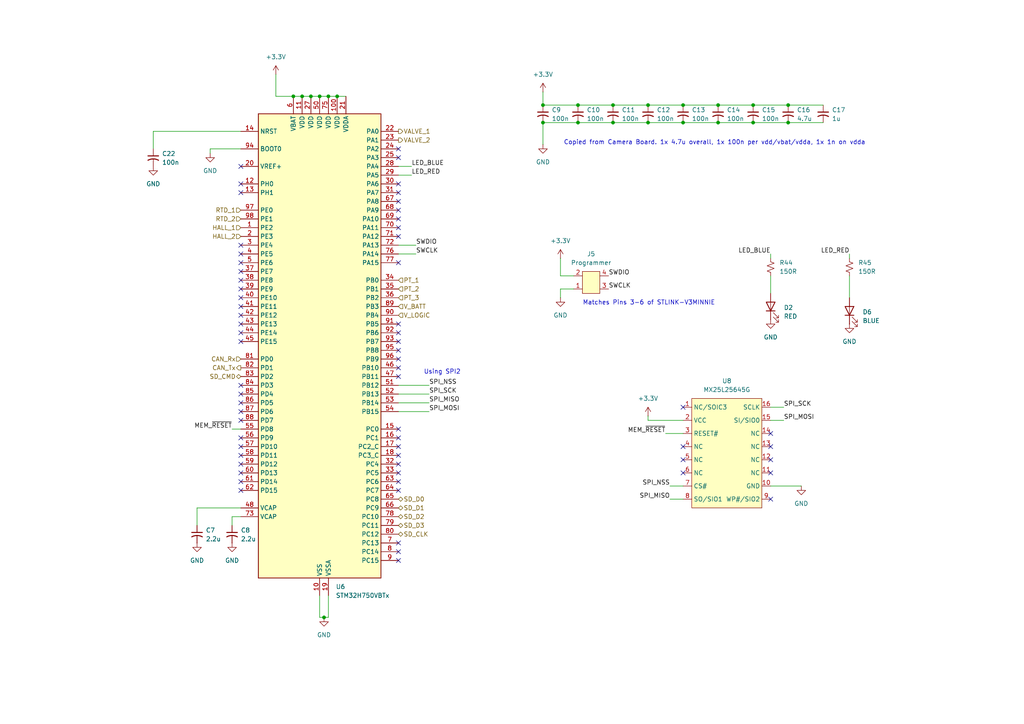
<source format=kicad_sch>
(kicad_sch (version 20250114) (generator "eeschema") (generator_version "9.0")
  (paper "A4")
  (lib_symbols
    (symbol "Device:C_Small_US" (pin_numbers (hide yes)) (pin_names (offset 0.254) (hide yes))
      (property "Reference" "C" (at 0.254 1.778 0))
      (property "Value" "C_Small_US" (at 0.254 -2.032 0))
      (symbol "C_Small_US_0_1"
        (polyline (pts (xy -1.524 0.508) (xy 1.524 0.508)) (stroke (width 0.3048)))
        (arc (start -1.524 -0.762) (mid 0 -0.3734) (end 1.524 -0.762) (stroke (width 0.3048)))
      )
      (symbol "C_Small_US_1_1"
        (pin passive line (at 0 2.54 270) (length 2.032) (name "~") (number "1"))
        (pin passive line (at 0 -2.54 90) (length 2.032) (name "~") (number "2"))
      )
    )
    (symbol "Device:LED" (pin_numbers (hide yes)) (pin_names (offset 1.016) (hide yes))
      (property "Reference" "D" (at 0 2.54 0))
      (property "Value" "LED" (at 0 -2.54 0))
      (symbol "LED_0_1"
        (polyline (pts (xy -3.048 -0.762) (xy -4.572 -2.286) (xy -3.81 -2.286) (xy -4.572 -2.286) (xy -4.572 -1.524)))
        (polyline (pts (xy -1.778 -0.762) (xy -3.302 -2.286) (xy -2.54 -2.286) (xy -3.302 -2.286) (xy -3.302 -1.524)))
        (polyline (pts (xy -1.27 0) (xy 1.27 0)))
        (polyline (pts (xy -1.27 -1.27) (xy -1.27 1.27)) (stroke (width 0.254)))
        (polyline (pts (xy 1.27 -1.27) (xy 1.27 1.27) (xy -1.27 0) (xy 1.27 -1.27)) (stroke (width 0.254)))
      )
      (symbol "LED_1_1"
        (pin passive line (at -3.81 0 0) (length 2.54) (name "K") (number "1"))
        (pin passive line (at 3.81 0 180) (length 2.54) (name "A") (number "2"))
      )
    )
    (symbol "Device:R_Small_US" (pin_numbers (hide yes)) (pin_names (offset 0.254) (hide yes))
      (property "Reference" "R" (at 0.762 0.508 0))
      (property "Value" "R_Small_US" (at 0.762 -1.016 0))
      (symbol "R_Small_US_1_1"
        (polyline (pts (xy 0 1.524) (xy 1.016 1.143) (xy 0 0.762) (xy -1.016 0.381) (xy 0 0)))
        (polyline (pts (xy 0 0) (xy 1.016 -0.381) (xy 0 -0.762) (xy -1.016 -1.143) (xy 0 -1.524)))
        (pin passive line (at 0 2.54 270) (length 1.016) (name "~") (number "1"))
        (pin passive line (at 0 -2.54 90) (length 1.016) (name "~") (number "2"))
      )
    )
    (symbol "FYDP_Library:MX25L25645G"
      (property "Reference" "U" (at 0 2.286 0))
      (property "Value" "MX25L25645G" (at 0 0 0))
      (symbol "MX25L25645G_0_1"
        (rectangle (start -10.16 -3.81) (end 10.16 -35.56) (fill (type background)))
      )
      (symbol "MX25L25645G_1_1"
        (pin input line (at -12.7 -6.35 0) (length 2.54) (name "NC/SOIC3") (number "1"))
        (pin input line (at -12.7 -10.16 0) (length 2.54) (name "VCC") (number "2"))
        (pin input line (at -12.7 -13.97 0) (length 2.54) (name "RESET#") (number "3"))
        (pin input line (at -12.7 -17.78 0) (length 2.54) (name "NC") (number "4"))
        (pin input line (at -12.7 -21.59 0) (length 2.54) (name "NC") (number "5"))
        (pin input line (at -12.7 -25.4 0) (length 2.54) (name "NC") (number "6"))
        (pin input line (at -12.7 -29.21 0) (length 2.54) (name "CS#") (number "7"))
        (pin input line (at -12.7 -33.02 0) (length 2.54) (name "SO/SIO1") (number "8"))
        (pin input line (at 12.7 -6.35 180) (length 2.54) (name "SCLK") (number "16"))
        (pin input line (at 12.7 -10.16 180) (length 2.54) (name "SI/SIO0") (number "15"))
        (pin input line (at 12.7 -13.97 180) (length 2.54) (name "NC") (number "14"))
        (pin input line (at 12.7 -17.78 180) (length 2.54) (name "NC") (number "13"))
        (pin input line (at 12.7 -21.59 180) (length 2.54) (name "NC") (number "12"))
        (pin input line (at 12.7 -25.4 180) (length 2.54) (name "NC") (number "11"))
        (pin input line (at 12.7 -29.21 180) (length 2.54) (name "GND") (number "10"))
        (pin input line (at 12.7 -33.02 180) (length 2.54) (name "WP#/SIO2") (number "9"))
      )
    )
    (symbol "FYDP_Library:Programmer"
      (property "Reference" "J" (at 0 2.794 0))
      (property "Value" "Programmer" (at 0 1.524 0))
      (symbol "Programmer_0_1"
        (rectangle (start -2.54 0) (end 2.54 -6.35) (fill (type background)))
      )
      (symbol "Programmer_1_1"
        (pin input line (at -5.08 -1.27 0) (length 2.54) (name "") (number "2"))
        (pin input line (at -5.08 -5.08 0) (length 2.54) (name "") (number "1"))
        (pin input line (at 5.08 -1.27 180) (length 2.54) (name "") (number "4"))
        (pin input line (at 5.08 -5.08 180) (length 2.54) (name "") (number "3"))
      )
    )
    (symbol "MCU_ST_STM32H7:STM32H750VBTx"
      (property "Reference" "U" (at -17.78 69.85 0))
      (property "Value" "STM32H750VBTx" (at 10.16 69.85 0))
      (symbol "STM32H750VBTx_0_1"
        (rectangle (start -17.78 -66.04) (end 17.78 68.58) (stroke (width 0.254)) (fill (type background)))
      )
      (symbol "STM32H750VBTx_1_1"
        (pin input line (at -22.86 63.5 0) (length 5.08) (name "NRST") (number "14"))
        (pin input line (at -22.86 58.42 0) (length 5.08) (name "BOOT0") (number "94"))
        (pin input line (at -22.86 53.34 0) (length 5.08) (name "VREF+") (number "20"))
        (pin bidirectional line (at -22.86 48.26 0) (length 5.08) (name "PH0") (number "12"))
        (pin bidirectional line (at -22.86 45.72 0) (length 5.08) (name "PH1") (number "13"))
        (pin bidirectional line (at -22.86 40.64 0) (length 5.08) (name "PE0") (number "97"))
        (pin bidirectional line (at -22.86 38.1 0) (length 5.08) (name "PE1") (number "98"))
        (pin bidirectional line (at -22.86 35.56 0) (length 5.08) (name "PE2") (number "1"))
        (pin bidirectional line (at -22.86 33.02 0) (length 5.08) (name "PE3") (number "2"))
        (pin bidirectional line (at -22.86 30.48 0) (length 5.08) (name "PE4") (number "3"))
        (pin bidirectional line (at -22.86 27.94 0) (length 5.08) (name "PE5") (number "4"))
        (pin bidirectional line (at -22.86 25.4 0) (length 5.08) (name "PE6") (number "5"))
        (pin bidirectional line (at -22.86 22.86 0) (length 5.08) (name "PE7") (number "37"))
        (pin bidirectional line (at -22.86 20.32 0) (length 5.08) (name "PE8") (number "38"))
        (pin bidirectional line (at -22.86 17.78 0) (length 5.08) (name "PE9") (number "39"))
        (pin bidirectional line (at -22.86 15.24 0) (length 5.08) (name "PE10") (number "40"))
        (pin bidirectional line (at -22.86 12.7 0) (length 5.08) (name "PE11") (number "41"))
        (pin bidirectional line (at -22.86 10.16 0) (length 5.08) (name "PE12") (number "42"))
        (pin bidirectional line (at -22.86 7.62 0) (length 5.08) (name "PE13") (number "43"))
        (pin bidirectional line (at -22.86 5.08 0) (length 5.08) (name "PE14") (number "44"))
        (pin bidirectional line (at -22.86 2.54 0) (length 5.08) (name "PE15") (number "45"))
        (pin bidirectional line (at -22.86 -2.54 0) (length 5.08) (name "PD0") (number "81"))
        (pin bidirectional line (at -22.86 -5.08 0) (length 5.08) (name "PD1") (number "82"))
        (pin bidirectional line (at -22.86 -7.62 0) (length 5.08) (name "PD2") (number "83"))
        (pin bidirectional line (at -22.86 -10.16 0) (length 5.08) (name "PD3") (number "84"))
        (pin bidirectional line (at -22.86 -12.7 0) (length 5.08) (name "PD4") (number "85"))
        (pin bidirectional line (at -22.86 -15.24 0) (length 5.08) (name "PD5") (number "86"))
        (pin bidirectional line (at -22.86 -17.78 0) (length 5.08) (name "PD6") (number "87"))
        (pin bidirectional line (at -22.86 -20.32 0) (length 5.08) (name "PD7") (number "88"))
        (pin bidirectional line (at -22.86 -22.86 0) (length 5.08) (name "PD8") (number "55"))
        (pin bidirectional line (at -22.86 -25.4 0) (length 5.08) (name "PD9") (number "56"))
        (pin bidirectional line (at -22.86 -27.94 0) (length 5.08) (name "PD10") (number "57"))
        (pin bidirectional line (at -22.86 -30.48 0) (length 5.08) (name "PD11") (number "58"))
        (pin bidirectional line (at -22.86 -33.02 0) (length 5.08) (name "PD12") (number "59"))
        (pin bidirectional line (at -22.86 -35.56 0) (length 5.08) (name "PD13") (number "60"))
        (pin bidirectional line (at -22.86 -38.1 0) (length 5.08) (name "PD14") (number "61"))
        (pin bidirectional line (at -22.86 -40.64 0) (length 5.08) (name "PD15") (number "62"))
        (pin power_out line (at -22.86 -45.72 0) (length 5.08) (name "VCAP") (number "48"))
        (pin power_out line (at -22.86 -48.26 0) (length 5.08) (name "VCAP") (number "73"))
        (pin power_in line (at -7.62 73.66 270) (length 5.08) (name "VBAT") (number "6"))
        (pin power_in line (at -5.08 73.66 270) (length 5.08) (name "VDD") (number "11"))
        (pin power_in line (at -2.54 73.66 270) (length 5.08) (name "VDD") (number "27"))
        (pin power_in line (at 0 73.66 270) (length 5.08) (name "VDD") (number "50"))
        (pin power_in line (at 0 -71.12 90) (length 5.08) (name "VSS") (number "10"))
        (pin passive line (at 0 -71.12 90) (length 5.08) (hide yes) (name "VSS") (number "26"))
        (pin passive line (at 0 -71.12 90) (length 5.08) (hide yes) (name "VSS") (number "49"))
        (pin passive line (at 0 -71.12 90) (length 5.08) (hide yes) (name "VSS") (number "74"))
        (pin passive line (at 0 -71.12 90) (length 5.08) (hide yes) (name "VSS") (number "99"))
        (pin power_in line (at 2.54 73.66 270) (length 5.08) (name "VDD") (number "75"))
        (pin power_in line (at 2.54 -71.12 90) (length 5.08) (name "VSSA") (number "19"))
        (pin power_in line (at 5.08 73.66 270) (length 5.08) (name "VDD") (number "100"))
        (pin power_in line (at 7.62 73.66 270) (length 5.08) (name "VDDA") (number "21"))
        (pin bidirectional line (at 22.86 63.5 180) (length 5.08) (name "PA0") (number "22"))
        (pin bidirectional line (at 22.86 60.96 180) (length 5.08) (name "PA1") (number "23"))
        (pin bidirectional line (at 22.86 58.42 180) (length 5.08) (name "PA2") (number "24"))
        (pin bidirectional line (at 22.86 55.88 180) (length 5.08) (name "PA3") (number "25"))
        (pin bidirectional line (at 22.86 53.34 180) (length 5.08) (name "PA4") (number "28"))
        (pin bidirectional line (at 22.86 50.8 180) (length 5.08) (name "PA5") (number "29"))
        (pin bidirectional line (at 22.86 48.26 180) (length 5.08) (name "PA6") (number "30"))
        (pin bidirectional line (at 22.86 45.72 180) (length 5.08) (name "PA7") (number "31"))
        (pin bidirectional line (at 22.86 43.18 180) (length 5.08) (name "PA8") (number "67"))
        (pin bidirectional line (at 22.86 40.64 180) (length 5.08) (name "PA9") (number "68"))
        (pin bidirectional line (at 22.86 38.1 180) (length 5.08) (name "PA10") (number "69"))
        (pin bidirectional line (at 22.86 35.56 180) (length 5.08) (name "PA11") (number "70"))
        (pin bidirectional line (at 22.86 33.02 180) (length 5.08) (name "PA12") (number "71"))
        (pin bidirectional line (at 22.86 30.48 180) (length 5.08) (name "PA13") (number "72"))
        (pin bidirectional line (at 22.86 27.94 180) (length 5.08) (name "PA14") (number "76"))
        (pin bidirectional line (at 22.86 25.4 180) (length 5.08) (name "PA15") (number "77"))
        (pin bidirectional line (at 22.86 20.32 180) (length 5.08) (name "PB0") (number "34"))
        (pin bidirectional line (at 22.86 17.78 180) (length 5.08) (name "PB1") (number "35"))
        (pin bidirectional line (at 22.86 15.24 180) (length 5.08) (name "PB2") (number "36"))
        (pin bidirectional line (at 22.86 12.7 180) (length 5.08) (name "PB3") (number "89"))
        (pin bidirectional line (at 22.86 10.16 180) (length 5.08) (name "PB4") (number "90"))
        (pin bidirectional line (at 22.86 7.62 180) (length 5.08) (name "PB5") (number "91"))
        (pin bidirectional line (at 22.86 5.08 180) (length 5.08) (name "PB6") (number "92"))
        (pin bidirectional line (at 22.86 2.54 180) (length 5.08) (name "PB7") (number "93"))
        (pin bidirectional line (at 22.86 0 180) (length 5.08) (name "PB8") (number "95"))
        (pin bidirectional line (at 22.86 -2.54 180) (length 5.08) (name "PB9") (number "96"))
        (pin bidirectional line (at 22.86 -5.08 180) (length 5.08) (name "PB10") (number "46"))
        (pin bidirectional line (at 22.86 -7.62 180) (length 5.08) (name "PB11") (number "47"))
        (pin bidirectional line (at 22.86 -10.16 180) (length 5.08) (name "PB12") (number "51"))
        (pin bidirectional line (at 22.86 -12.7 180) (length 5.08) (name "PB13") (number "52"))
        (pin bidirectional line (at 22.86 -15.24 180) (length 5.08) (name "PB14") (number "53"))
        (pin bidirectional line (at 22.86 -17.78 180) (length 5.08) (name "PB15") (number "54"))
        (pin bidirectional line (at 22.86 -22.86 180) (length 5.08) (name "PC0") (number "15"))
        (pin bidirectional line (at 22.86 -25.4 180) (length 5.08) (name "PC1") (number "16"))
        (pin bidirectional line (at 22.86 -27.94 180) (length 5.08) (name "PC2_C") (number "17"))
        (pin bidirectional line (at 22.86 -30.48 180) (length 5.08) (name "PC3_C") (number "18"))
        (pin bidirectional line (at 22.86 -33.02 180) (length 5.08) (name "PC4") (number "32"))
        (pin bidirectional line (at 22.86 -35.56 180) (length 5.08) (name "PC5") (number "33"))
        (pin bidirectional line (at 22.86 -38.1 180) (length 5.08) (name "PC6") (number "63"))
        (pin bidirectional line (at 22.86 -40.64 180) (length 5.08) (name "PC7") (number "64"))
        (pin bidirectional line (at 22.86 -43.18 180) (length 5.08) (name "PC8") (number "65"))
        (pin bidirectional line (at 22.86 -45.72 180) (length 5.08) (name "PC9") (number "66"))
        (pin bidirectional line (at 22.86 -48.26 180) (length 5.08) (name "PC10") (number "78"))
        (pin bidirectional line (at 22.86 -50.8 180) (length 5.08) (name "PC11") (number "79"))
        (pin bidirectional line (at 22.86 -53.34 180) (length 5.08) (name "PC12") (number "80"))
        (pin bidirectional line (at 22.86 -55.88 180) (length 5.08) (name "PC13") (number "7"))
        (pin bidirectional line (at 22.86 -58.42 180) (length 5.08) (name "PC14") (number "8"))
        (pin bidirectional line (at 22.86 -60.96 180) (length 5.08) (name "PC15") (number "9"))
      )
    )
    (symbol "power:+3.3V" (power) (pin_numbers (hide yes)) (pin_names (offset 0) (hide yes))
      (property "Value" "+3.3V" (at 0 3.556 0))
      (symbol "+3.3V_0_1"
        (polyline (pts (xy -0.762 1.27) (xy 0 2.54)))
        (polyline (pts (xy 0 2.54) (xy 0.762 1.27)))
        (polyline (pts (xy 0 0) (xy 0 2.54)))
      )
      (symbol "+3.3V_1_1"
        (pin power_in line (at 0 0 90) (length 0) (name "~") (number "1"))
      )
    )
    (symbol "power:GND" (power) (pin_numbers (hide yes)) (pin_names (offset 0) (hide yes))
      (property "Value" "GND" (at 0 -3.81 0))
      (symbol "GND_0_1"
        (polyline (pts (xy 0 0) (xy 0 -1.27) (xy 1.27 -1.27) (xy 0 -2.54) (xy -1.27 -1.27) (xy 0 -1.27)))
      )
      (symbol "GND_1_1"
        (pin power_in line (at 0 0 270) (length 0) (name "~") (number "1"))
      )
    )
  )
  (text "Matches Pins 3-6 of STLINK-V3MINNIE" (at 188.214 87.884 0) (effects (font (size 1.27 1.27))))
  (text "Using SPI2" (at 128.27 107.95 0) (effects (font (size 1.27 1.27))))
  (text "Copied from Camera Board. 1x 4.7u overall, 1x 100n per vdd/vbat/vdda, 1x 1n on vdda" (at 207.264 41.402 0) (effects (font (size 1.27 1.27))))
  (junction (at 157.48 35.56))
  (junction (at 218.44 30.48))
  (junction (at 198.12 35.56))
  (junction (at 208.28 30.48))
  (junction (at 157.48 30.48))
  (junction (at 177.8 30.48))
  (junction (at 95.25 27.94))
  (junction (at 228.6 35.56))
  (junction (at 97.79 27.94))
  (junction (at 228.6 30.48))
  (junction (at 198.12 30.48))
  (junction (at 187.96 35.56))
  (junction (at 167.64 30.48))
  (junction (at 90.17 27.94))
  (junction (at 85.09 27.94))
  (junction (at 167.64 35.56))
  (junction (at 87.63 27.94))
  (junction (at 177.8 35.56))
  (junction (at 93.98 179.07))
  (junction (at 92.71 27.94))
  (junction (at 208.28 35.56))
  (junction (at 218.44 35.56))
  (junction (at 187.96 30.48))
  (no_connect (at 198.12 129.54))
  (no_connect (at 69.85 83.82))
  (no_connect (at 69.85 53.34))
  (no_connect (at 69.85 86.36))
  (no_connect (at 69.85 137.16))
  (no_connect (at 69.85 127))
  (no_connect (at 115.57 137.16))
  (no_connect (at 115.57 160.02))
  (no_connect (at 115.57 127))
  (no_connect (at 69.85 78.74))
  (no_connect (at 69.85 71.12))
  (no_connect (at 115.57 63.5))
  (no_connect (at 69.85 121.92))
  (no_connect (at 69.85 116.84))
  (no_connect (at 115.57 96.52))
  (no_connect (at 115.57 106.68))
  (no_connect (at 115.57 132.08))
  (no_connect (at 69.85 88.9))
  (no_connect (at 115.57 129.54))
  (no_connect (at 115.57 104.14))
  (no_connect (at 223.52 144.78))
  (no_connect (at 223.52 133.35))
  (no_connect (at 69.85 139.7))
  (no_connect (at 115.57 43.18))
  (no_connect (at 115.57 45.72))
  (no_connect (at 69.85 93.98))
  (no_connect (at 115.57 58.42))
  (no_connect (at 69.85 132.08))
  (no_connect (at 115.57 55.88))
  (no_connect (at 115.57 60.96))
  (no_connect (at 69.85 81.28))
  (no_connect (at 69.85 91.44))
  (no_connect (at 69.85 134.62))
  (no_connect (at 198.12 118.11))
  (no_connect (at 115.57 109.22))
  (no_connect (at 69.85 96.52))
  (no_connect (at 69.85 111.76))
  (no_connect (at 115.57 99.06))
  (no_connect (at 115.57 93.98))
  (no_connect (at 69.85 119.38))
  (no_connect (at 115.57 68.58))
  (no_connect (at 69.85 55.88))
  (no_connect (at 223.52 137.16))
  (no_connect (at 115.57 134.62))
  (no_connect (at 69.85 48.26))
  (no_connect (at 115.57 76.2))
  (no_connect (at 223.52 129.54))
  (no_connect (at 115.57 139.7))
  (no_connect (at 69.85 73.66))
  (no_connect (at 69.85 114.3))
  (no_connect (at 69.85 142.24))
  (no_connect (at 69.85 99.06))
  (no_connect (at 115.57 101.6))
  (no_connect (at 223.52 125.73))
  (no_connect (at 115.57 162.56))
  (no_connect (at 115.57 157.48))
  (no_connect (at 115.57 53.34))
  (no_connect (at 115.57 66.04))
  (no_connect (at 69.85 129.54))
  (no_connect (at 198.12 137.16))
  (no_connect (at 198.12 133.35))
  (no_connect (at 69.85 76.2))
  (no_connect (at 115.57 142.24))
  (no_connect (at 115.57 124.46))
  (wire (pts (xy 187.96 30.48) (xy 198.12 30.48)))
  (wire (pts (xy 223.52 80.01) (xy 223.52 85.09)))
  (wire (pts (xy 92.71 172.72) (xy 92.71 179.07)))
  (wire (pts (xy 228.6 35.56) (xy 238.76 35.56)))
  (wire (pts (xy 223.52 140.97) (xy 232.41 140.97)))
  (wire (pts (xy 57.15 152.4) (xy 57.15 147.32)))
  (wire (pts (xy 198.12 30.48) (xy 208.28 30.48)))
  (wire (pts (xy 187.96 120.65) (xy 187.96 121.92)))
  (wire (pts (xy 218.44 30.48) (xy 228.6 30.48)))
  (wire (pts (xy 92.71 179.07) (xy 93.98 179.07)))
  (wire (pts (xy 87.63 27.94) (xy 90.17 27.94)))
  (wire (pts (xy 162.56 83.82) (xy 162.56 86.36)))
  (wire (pts (xy 223.52 121.92) (xy 227.33 121.92)))
  (wire (pts (xy 187.96 121.92) (xy 198.12 121.92)))
  (wire (pts (xy 177.8 35.56) (xy 187.96 35.56)))
  (wire (pts (xy 67.31 124.46) (xy 69.85 124.46)))
  (wire (pts (xy 44.45 43.18) (xy 44.45 38.1)))
  (wire (pts (xy 162.56 80.01) (xy 166.37 80.01)))
  (wire (pts (xy 67.31 152.4) (xy 67.31 149.86)))
  (wire (pts (xy 246.38 80.01) (xy 246.38 86.36)))
  (wire (pts (xy 223.52 118.11) (xy 227.33 118.11)))
  (wire (pts (xy 198.12 35.56) (xy 208.28 35.56)))
  (wire (pts (xy 187.96 35.56) (xy 198.12 35.56)))
  (wire (pts (xy 90.17 27.94) (xy 92.71 27.94)))
  (wire (pts (xy 218.44 35.56) (xy 228.6 35.56)))
  (wire (pts (xy 60.96 44.45) (xy 60.96 43.18)))
  (wire (pts (xy 167.64 35.56) (xy 177.8 35.56)))
  (wire (pts (xy 167.64 30.48) (xy 177.8 30.48)))
  (wire (pts (xy 208.28 35.56) (xy 218.44 35.56)))
  (wire (pts (xy 246.38 73.66) (xy 246.38 74.93)))
  (wire (pts (xy 115.57 71.12) (xy 120.65 71.12)))
  (wire (pts (xy 60.96 43.18) (xy 69.85 43.18)))
  (wire (pts (xy 208.28 30.48) (xy 218.44 30.48)))
  (wire (pts (xy 157.48 35.56) (xy 167.64 35.56)))
  (wire (pts (xy 157.48 41.91) (xy 157.48 35.56)))
  (wire (pts (xy 67.31 149.86) (xy 69.85 149.86)))
  (wire (pts (xy 115.57 111.76) (xy 124.46 111.76)))
  (wire (pts (xy 223.52 73.66) (xy 223.52 74.93)))
  (wire (pts (xy 194.31 140.97) (xy 198.12 140.97)))
  (wire (pts (xy 115.57 114.3) (xy 124.46 114.3)))
  (wire (pts (xy 115.57 116.84) (xy 124.46 116.84)))
  (wire (pts (xy 228.6 30.48) (xy 238.76 30.48)))
  (wire (pts (xy 193.04 125.73) (xy 198.12 125.73)))
  (wire (pts (xy 44.45 38.1) (xy 69.85 38.1)))
  (wire (pts (xy 97.79 27.94) (xy 100.33 27.94)))
  (wire (pts (xy 57.15 147.32) (xy 69.85 147.32)))
  (wire (pts (xy 95.25 179.07) (xy 93.98 179.07)))
  (wire (pts (xy 115.57 73.66) (xy 120.65 73.66)))
  (wire (pts (xy 80.01 21.59) (xy 80.01 27.94)))
  (wire (pts (xy 92.71 27.94) (xy 95.25 27.94)))
  (wire (pts (xy 194.31 144.78) (xy 198.12 144.78)))
  (wire (pts (xy 95.25 27.94) (xy 97.79 27.94)))
  (wire (pts (xy 80.01 27.94) (xy 85.09 27.94)))
  (wire (pts (xy 162.56 74.93) (xy 162.56 80.01)))
  (wire (pts (xy 95.25 172.72) (xy 95.25 179.07)))
  (wire (pts (xy 115.57 119.38) (xy 124.46 119.38)))
  (wire (pts (xy 166.37 83.82) (xy 162.56 83.82)))
  (wire (pts (xy 115.57 48.26) (xy 119.38 48.26)))
  (wire (pts (xy 157.48 30.48) (xy 167.64 30.48)))
  (wire (pts (xy 85.09 27.94) (xy 87.63 27.94)))
  (wire (pts (xy 115.57 50.8) (xy 119.38 50.8)))
  (wire (pts (xy 177.8 30.48) (xy 187.96 30.48)))
  (wire (pts (xy 157.48 26.67) (xy 157.48 30.48)))
  (label "LED_RED" (at 119.38 50.8 0))
  (label "SPI_MISO" (at 124.46 116.84 0))
  (label "SWCLK" (at 120.65 73.66 0))
  (label "SWCLK" (at 176.53 83.82 0))
  (label "SPI_MISO" (at 194.31 144.78 180))
  (label "SPI_MOSI" (at 124.46 119.38 0))
  (label "LED_BLUE" (at 119.38 48.26 0))
  (label "MEM_~{RESET}" (at 67.31 124.46 180))
  (label "LED_RED" (at 246.38 73.66 180))
  (label "SPI_NSS" (at 124.46 111.76 0))
  (label "SPI_MOSI" (at 227.33 121.92 0))
  (label "SWDIO" (at 120.65 71.12 0))
  (label "SPI_SCK" (at 124.46 114.3 0))
  (label "SWDIO" (at 176.53 80.01 0))
  (label "SPI_NSS" (at 194.31 140.97 180))
  (label "SPI_SCK" (at 227.33 118.11 0))
  (label "LED_BLUE" (at 223.52 73.66 180))
  (label "MEM_~{RESET}" (at 193.04 125.73 180))
  (hierarchical_label "V_BATT" (shape input) (at 115.57 88.9 0))
  (hierarchical_label "RTD_1" (shape input) (at 69.85 60.96 180))
  (hierarchical_label "VALVE_2" (shape output) (at 115.57 40.64 0))
  (hierarchical_label "CAN_Tx" (shape output) (at 69.85 106.68 180))
  (hierarchical_label "SD_CLK" (shape bidirectional) (at 115.57 154.94 0))
  (hierarchical_label "HALL_1" (shape input) (at 69.85 66.04 180))
  (hierarchical_label "HALL_2" (shape input) (at 69.85 68.58 180))
  (hierarchical_label "PT_1" (shape input) (at 115.57 81.28 0))
  (hierarchical_label "VALVE_1" (shape output) (at 115.57 38.1 0))
  (hierarchical_label "SD_CMD" (shape bidirectional) (at 69.85 109.22 180))
  (hierarchical_label "SD_D3" (shape bidirectional) (at 115.57 152.4 0))
  (hierarchical_label "SD_D1" (shape bidirectional) (at 115.57 147.32 0))
  (hierarchical_label "SD_D2" (shape bidirectional) (at 115.57 149.86 0))
  (hierarchical_label "CAN_Rx" (shape input) (at 69.85 104.14 180))
  (hierarchical_label "PT_2" (shape input) (at 115.57 83.82 0))
  (hierarchical_label "RTD_2" (shape input) (at 69.85 63.5 180))
  (hierarchical_label "V_LOGIC" (shape input) (at 115.57 91.44 0))
  (hierarchical_label "PT_3" (shape input) (at 115.57 86.36 0))
  (hierarchical_label "SD_D0" (shape bidirectional) (at 115.57 144.78 0))
  (symbol (lib_id "MCU_ST_STM32H7:STM32H750VBTx") (at 92.71 101.6 0) (unit 1)
    (property "Reference" "U6" (at 97.3933 170.18 0) (effects (justify left)))
    (property "Value" "STM32H750VBTx" (at 97.3933 172.72 0) (effects (justify left)))
    (property "Footprint" "Package_QFP:LQFP-100_14x14mm_P0.5mm" (effects (hide yes)))
    (property "Datasheet" "https://www.st.com/resource/en/datasheet/stm32h750vb.pdf" (effects (hide yes)))
    (property "Description" "STMicroelectronics Arm Cortex-M7 MCU, 128KB flash, 1024KB RAM, 480 MHz, 1.71-3.6V, 82 GPIO, LQFP100" (effects (hide yes)))
  )
  (symbol (lib_id "power:GND") (at 57.15 157.48 0) (unit 1)
    (property "Reference" "#PWR049" (effects (hide yes)))
    (property "Value" "GND" (at 57.15 162.56 0))
    (property "Description" "Power symbol creates a global label with name \"GND\" , ground" (effects (hide yes)))
  )
  (symbol (lib_id "Device:R_Small_US") (at 246.38 77.47 0) (unit 1)
    (property "Reference" "R45" (at 248.92 76.1999 0) (effects (justify left)))
    (property "Value" "150R" (at 248.92 78.7399 0) (effects (justify left)))
    (property "Description" "Resistor, small US symbol" (effects (hide yes)))
  )
  (symbol (lib_id "power:GND") (at 246.38 93.98 0) (unit 1)
    (property "Reference" "#PWR057" (effects (hide yes)))
    (property "Value" "GND" (at 246.38 99.06 0))
    (property "Description" "Power symbol creates a global label with name \"GND\" , ground" (effects (hide yes)))
  )
  (symbol (lib_id "Device:LED") (at 223.52 88.9 90) (unit 1)
    (property "Reference" "D2" (at 227.33 89.2174 90) (effects (justify right)))
    (property "Value" "RED" (at 227.33 91.7574 90) (effects (justify right)))
    (property "Description" "Light emitting diode" (effects (hide yes)))
    (property "Sim.Pins" "1=K 2=A" (effects (hide yes)))
  )
  (symbol (lib_id "Device:C_Small_US") (at 167.64 33.02 0) (unit 1)
    (property "Reference" "C10" (at 170.18 31.8769 0) (effects (justify left)))
    (property "Value" "100n" (at 170.18 34.4169 0) (effects (justify left)))
    (property "Description" "capacitor, small US symbol" (effects (hide yes)))
  )
  (symbol (lib_id "Device:C_Small_US") (at 57.15 154.94 0) (unit 1)
    (property "Reference" "C7" (at 59.69 153.7969 0) (effects (justify left)))
    (property "Value" "2.2u" (at 59.69 156.3369 0) (effects (justify left)))
    (property "Description" "capacitor, small US symbol" (effects (hide yes)))
  )
  (symbol (lib_id "power:+3.3V") (at 80.01 21.59 0) (unit 1)
    (property "Reference" "#PWR05" (effects (hide yes)))
    (property "Value" "+3.3V" (at 80.01 16.51 0))
    (property "Description" "Power symbol creates a global label with name \"+3.3V\"" (effects (hide yes)))
  )
  (symbol (lib_id "Device:C_Small_US") (at 208.28 33.02 0) (unit 1)
    (property "Reference" "C14" (at 210.82 31.8769 0) (effects (justify left)))
    (property "Value" "100n" (at 210.82 34.4169 0) (effects (justify left)))
    (property "Description" "capacitor, small US symbol" (effects (hide yes)))
  )
  (symbol (lib_id "power:GND") (at 223.52 92.71 0) (unit 1)
    (property "Reference" "#PWR056" (effects (hide yes)))
    (property "Value" "GND" (at 223.52 97.79 0))
    (property "Description" "Power symbol creates a global label with name \"GND\" , ground" (effects (hide yes)))
  )
  (symbol (lib_id "power:GND") (at 60.96 44.45 0) (unit 1)
    (property "Reference" "#PWR041" (effects (hide yes)))
    (property "Value" "GND" (at 60.96 49.53 0))
    (property "Description" "Power symbol creates a global label with name \"GND\" , ground" (effects (hide yes)))
  )
  (symbol (lib_id "Device:C_Small_US") (at 157.48 33.02 0) (unit 1)
    (property "Reference" "C9" (at 160.02 31.8769 0) (effects (justify left)))
    (property "Value" "100n" (at 160.02 34.4169 0) (effects (justify left)))
    (property "Description" "capacitor, small US symbol" (effects (hide yes)))
  )
  (symbol (lib_id "power:GND") (at 162.56 86.36 0) (unit 1)
    (property "Reference" "#PWR055" (effects (hide yes)))
    (property "Value" "GND" (at 162.56 91.44 0))
    (property "Description" "Power symbol creates a global label with name \"GND\" , ground" (effects (hide yes)))
  )
  (symbol (lib_id "FYDP_Library:Programmer") (at 171.45 78.74 0) (unit 1)
    (property "Reference" "J5" (at 171.45 73.66 0))
    (property "Value" "Programmer" (at 171.45 76.2 0))
  )
  (symbol (lib_id "Device:R_Small_US") (at 223.52 77.47 0) (unit 1)
    (property "Reference" "R44" (at 226.06 76.1999 0) (effects (justify left)))
    (property "Value" "150R" (at 226.06 78.7399 0) (effects (justify left)))
    (property "Description" "Resistor, small US symbol" (effects (hide yes)))
  )
  (symbol (lib_id "Device:C_Small_US") (at 67.31 154.94 0) (unit 1)
    (property "Reference" "C8" (at 69.85 153.7969 0) (effects (justify left)))
    (property "Value" "2.2u" (at 69.85 156.3369 0) (effects (justify left)))
    (property "Description" "capacitor, small US symbol" (effects (hide yes)))
  )
  (symbol (lib_id "Device:C_Small_US") (at 44.45 45.72 0) (unit 1)
    (property "Reference" "C22" (at 46.99 44.5769 0) (effects (justify left)))
    (property "Value" "100n" (at 46.99 47.1169 0) (effects (justify left)))
    (property "Description" "capacitor, small US symbol" (effects (hide yes)))
  )
  (symbol (lib_id "power:GND") (at 232.41 140.97 0) (unit 1)
    (property "Reference" "#PWR040" (effects (hide yes)))
    (property "Value" "GND" (at 232.41 146.05 0))
    (property "Description" "Power symbol creates a global label with name \"GND\" , ground" (effects (hide yes)))
  )
  (symbol (lib_id "Device:C_Small_US") (at 238.76 33.02 0) (unit 1)
    (property "Reference" "C17" (at 241.3 31.8769 0) (effects (justify left)))
    (property "Value" "1u" (at 241.3 34.4169 0) (effects (justify left)))
    (property "Description" "capacitor, small US symbol" (effects (hide yes)))
  )
  (symbol (lib_id "Device:C_Small_US") (at 177.8 33.02 0) (unit 1)
    (property "Reference" "C11" (at 180.34 31.8769 0) (effects (justify left)))
    (property "Value" "100n" (at 180.34 34.4169 0) (effects (justify left)))
    (property "Description" "capacitor, small US symbol" (effects (hide yes)))
  )
  (symbol (lib_id "power:GND") (at 67.31 157.48 0) (unit 1)
    (property "Reference" "#PWR050" (effects (hide yes)))
    (property "Value" "GND" (at 67.31 162.56 0))
    (property "Description" "Power symbol creates a global label with name \"GND\" , ground" (effects (hide yes)))
  )
  (symbol (lib_id "power:GND") (at 157.48 41.91 0) (unit 1)
    (property "Reference" "#PWR052" (effects (hide yes)))
    (property "Value" "GND" (at 157.48 46.99 0))
    (property "Description" "Power symbol creates a global label with name \"GND\" , ground" (effects (hide yes)))
  )
  (symbol (lib_id "Device:C_Small_US") (at 218.44 33.02 0) (unit 1)
    (property "Reference" "C15" (at 220.98 31.8769 0) (effects (justify left)))
    (property "Value" "100n" (at 220.98 34.4169 0) (effects (justify left)))
    (property "Description" "capacitor, small US symbol" (effects (hide yes)))
  )
  (symbol (lib_id "Device:C_Small_US") (at 198.12 33.02 0) (unit 1)
    (property "Reference" "C13" (at 200.66 31.8769 0) (effects (justify left)))
    (property "Value" "100n" (at 200.66 34.4169 0) (effects (justify left)))
    (property "Description" "capacitor, small US symbol" (effects (hide yes)))
  )
  (symbol (lib_id "power:GND") (at 44.45 48.26 0) (unit 1)
    (property "Reference" "#PWR042" (effects (hide yes)))
    (property "Value" "GND" (at 44.45 53.34 0))
    (property "Description" "Power symbol creates a global label with name \"GND\" , ground" (effects (hide yes)))
  )
  (symbol (lib_id "power:+3.3V") (at 162.56 74.93 0) (unit 1)
    (property "Reference" "#PWR054" (effects (hide yes)))
    (property "Value" "+3.3V" (at 162.56 69.85 0))
    (property "Description" "Power symbol creates a global label with name \"+3.3V\"" (effects (hide yes)))
  )
  (symbol (lib_id "power:+3.3V") (at 157.48 26.67 0) (unit 1)
    (property "Reference" "#PWR053" (effects (hide yes)))
    (property "Value" "+3.3V" (at 157.48 21.59 0))
    (property "Description" "Power symbol creates a global label with name \"+3.3V\"" (effects (hide yes)))
  )
  (symbol (lib_id "Device:C_Small_US") (at 187.96 33.02 0) (unit 1)
    (property "Reference" "C12" (at 190.5 31.8769 0) (effects (justify left)))
    (property "Value" "100n" (at 190.5 34.4169 0) (effects (justify left)))
    (property "Description" "capacitor, small US symbol" (effects (hide yes)))
  )
  (symbol (lib_id "power:+3.3V") (at 187.96 120.65 0) (unit 1)
    (property "Reference" "#PWR039" (effects (hide yes)))
    (property "Value" "+3.3V" (at 187.96 115.57 0))
    (property "Description" "Power symbol creates a global label with name \"+3.3V\"" (effects (hide yes)))
  )
  (symbol (lib_id "power:GND") (at 93.98 179.07 0) (unit 1)
    (property "Reference" "#PWR051" (effects (hide yes)))
    (property "Value" "GND" (at 93.98 184.15 0))
    (property "Description" "Power symbol creates a global label with name \"GND\" , ground" (effects (hide yes)))
  )
  (symbol (lib_id "Device:C_Small_US") (at 228.6 33.02 0) (unit 1)
    (property "Reference" "C16" (at 231.14 31.8769 0) (effects (justify left)))
    (property "Value" "4.7u" (at 231.14 34.4169 0) (effects (justify left)))
    (property "Description" "capacitor, small US symbol" (effects (hide yes)))
  )
  (symbol (lib_id "FYDP_Library:MX25L25645G") (at 210.82 111.76 0) (unit 1)
    (property "Reference" "U8" (at 210.82 110.49 0))
    (property "Value" "MX25L25645G" (at 210.82 113.03 0))
  )
  (symbol (lib_id "Device:LED") (at 246.38 90.17 90) (unit 1)
    (property "Reference" "D6" (at 250.19 90.4874 90) (effects (justify right)))
    (property "Value" "BLUE" (at 250.19 93.0274 90) (effects (justify right)))
    (property "Description" "Light emitting diode" (effects (hide yes)))
    (property "Sim.Pins" "1=K 2=A" (effects (hide yes)))
  )
)
</source>
